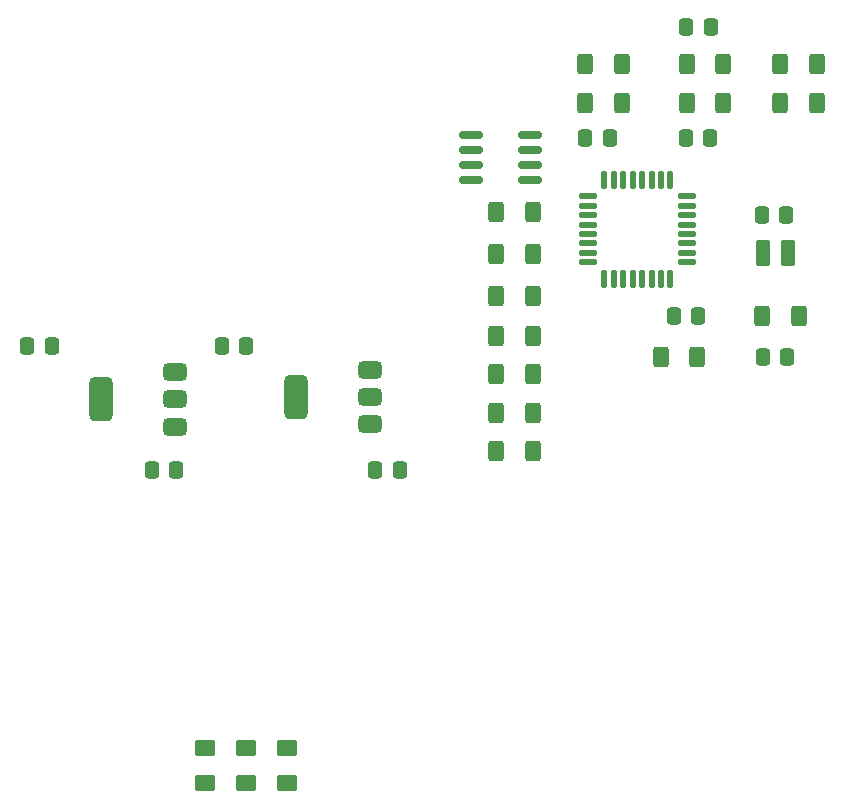
<source format=gbr>
%TF.GenerationSoftware,KiCad,Pcbnew,8.0.4*%
%TF.CreationDate,2024-08-21T21:56:49+03:00*%
%TF.ProjectId,stm32f030k6t6,73746d33-3266-4303-9330-6b3674362e6b,rev?*%
%TF.SameCoordinates,Original*%
%TF.FileFunction,Paste,Top*%
%TF.FilePolarity,Positive*%
%FSLAX46Y46*%
G04 Gerber Fmt 4.6, Leading zero omitted, Abs format (unit mm)*
G04 Created by KiCad (PCBNEW 8.0.4) date 2024-08-21 21:56:49*
%MOMM*%
%LPD*%
G01*
G04 APERTURE LIST*
G04 Aperture macros list*
%AMRoundRect*
0 Rectangle with rounded corners*
0 $1 Rounding radius*
0 $2 $3 $4 $5 $6 $7 $8 $9 X,Y pos of 4 corners*
0 Add a 4 corners polygon primitive as box body*
4,1,4,$2,$3,$4,$5,$6,$7,$8,$9,$2,$3,0*
0 Add four circle primitives for the rounded corners*
1,1,$1+$1,$2,$3*
1,1,$1+$1,$4,$5*
1,1,$1+$1,$6,$7*
1,1,$1+$1,$8,$9*
0 Add four rect primitives between the rounded corners*
20,1,$1+$1,$2,$3,$4,$5,0*
20,1,$1+$1,$4,$5,$6,$7,0*
20,1,$1+$1,$6,$7,$8,$9,0*
20,1,$1+$1,$8,$9,$2,$3,0*%
G04 Aperture macros list end*
%ADD10RoundRect,0.250000X0.400000X0.625000X-0.400000X0.625000X-0.400000X-0.625000X0.400000X-0.625000X0*%
%ADD11RoundRect,0.250000X-0.400000X-0.625000X0.400000X-0.625000X0.400000X0.625000X-0.400000X0.625000X0*%
%ADD12RoundRect,0.250000X-0.337500X-0.475000X0.337500X-0.475000X0.337500X0.475000X-0.337500X0.475000X0*%
%ADD13RoundRect,0.250000X0.337500X0.475000X-0.337500X0.475000X-0.337500X-0.475000X0.337500X-0.475000X0*%
%ADD14RoundRect,0.375000X0.625000X0.375000X-0.625000X0.375000X-0.625000X-0.375000X0.625000X-0.375000X0*%
%ADD15RoundRect,0.500000X0.500000X1.400000X-0.500000X1.400000X-0.500000X-1.400000X0.500000X-1.400000X0*%
%ADD16RoundRect,0.250001X0.624999X-0.462499X0.624999X0.462499X-0.624999X0.462499X-0.624999X-0.462499X0*%
%ADD17RoundRect,0.250000X0.375000X0.850000X-0.375000X0.850000X-0.375000X-0.850000X0.375000X-0.850000X0*%
%ADD18RoundRect,0.150000X-0.825000X-0.150000X0.825000X-0.150000X0.825000X0.150000X-0.825000X0.150000X0*%
%ADD19RoundRect,0.125000X0.625000X0.125000X-0.625000X0.125000X-0.625000X-0.125000X0.625000X-0.125000X0*%
%ADD20RoundRect,0.125000X0.125000X0.625000X-0.125000X0.625000X-0.125000X-0.625000X0.125000X-0.625000X0*%
G04 APERTURE END LIST*
D10*
%TO.C,R9*%
X211400000Y-62610000D03*
X208300000Y-62610000D03*
%TD*%
%TO.C,R15*%
X195250000Y-88820000D03*
X192150000Y-88820000D03*
%TD*%
D11*
%TO.C,R4*%
X199700000Y-65900000D03*
X202800000Y-65900000D03*
%TD*%
D12*
%TO.C,C1*%
X199725000Y-68900000D03*
X201800000Y-68900000D03*
%TD*%
D10*
%TO.C,R11*%
X195250000Y-75150000D03*
X192150000Y-75150000D03*
%TD*%
%TO.C,R7*%
X217800000Y-83900000D03*
X214700000Y-83900000D03*
%TD*%
%TO.C,R1*%
X219300000Y-65900000D03*
X216200000Y-65900000D03*
%TD*%
D13*
%TO.C,C12*%
X209275000Y-83900000D03*
X207200000Y-83900000D03*
%TD*%
D11*
%TO.C,R3*%
X199700000Y-62610000D03*
X202800000Y-62610000D03*
%TD*%
D12*
%TO.C,C11*%
X214650000Y-75400000D03*
X216725000Y-75400000D03*
%TD*%
D13*
%TO.C,C10*%
X171025000Y-86500000D03*
X168950000Y-86500000D03*
%TD*%
D11*
%TO.C,R10*%
X206100000Y-87400000D03*
X209200000Y-87400000D03*
%TD*%
D10*
%TO.C,R8*%
X211400000Y-65900000D03*
X208300000Y-65900000D03*
%TD*%
D12*
%TO.C,C2*%
X214725000Y-87400000D03*
X216800000Y-87400000D03*
%TD*%
D14*
%TO.C,U3*%
X165000000Y-93300000D03*
X165000000Y-91000000D03*
D15*
X158700000Y-91000000D03*
D14*
X165000000Y-88700000D03*
%TD*%
D16*
%TO.C,D1*%
X171000000Y-123500000D03*
X171000000Y-120525000D03*
%TD*%
%TO.C,D3*%
X167500000Y-123500000D03*
X167500000Y-120525000D03*
%TD*%
D12*
%TO.C,C13*%
X181925000Y-97000000D03*
X184000000Y-97000000D03*
%TD*%
D13*
%TO.C,C8*%
X154525000Y-86500000D03*
X152450000Y-86500000D03*
%TD*%
D12*
%TO.C,C3*%
X208237500Y-68900000D03*
X210312500Y-68900000D03*
%TD*%
D10*
%TO.C,R12*%
X195250000Y-78650000D03*
X192150000Y-78650000D03*
%TD*%
D17*
%TO.C,L1*%
X216875000Y-78600000D03*
X214725000Y-78600000D03*
%TD*%
D13*
%TO.C,C6*%
X165075000Y-97000000D03*
X163000000Y-97000000D03*
%TD*%
D14*
%TO.C,U4*%
X181500000Y-93100000D03*
X181500000Y-90800000D03*
D15*
X175200000Y-90800000D03*
D14*
X181500000Y-88500000D03*
%TD*%
D12*
%TO.C,C4*%
X208242500Y-59500000D03*
X210317500Y-59500000D03*
%TD*%
D10*
%TO.C,R13*%
X195250000Y-92110000D03*
X192150000Y-92110000D03*
%TD*%
D11*
%TO.C,R6*%
X192150000Y-85650000D03*
X195250000Y-85650000D03*
%TD*%
D16*
%TO.C,D2*%
X174500000Y-123500000D03*
X174500000Y-120525000D03*
%TD*%
D10*
%TO.C,R2*%
X219300000Y-62610000D03*
X216200000Y-62610000D03*
%TD*%
D18*
%TO.C,U2*%
X190050000Y-68610000D03*
X190050000Y-69880000D03*
X190050000Y-71150000D03*
X190050000Y-72420000D03*
X195000000Y-72420000D03*
X195000000Y-71150000D03*
X195000000Y-69880000D03*
X195000000Y-68610000D03*
%TD*%
D10*
%TO.C,R14*%
X195250000Y-95400000D03*
X192150000Y-95400000D03*
%TD*%
D11*
%TO.C,R5*%
X192150000Y-82285000D03*
X195250000Y-82285000D03*
%TD*%
D19*
%TO.C,U1*%
X208300000Y-79400000D03*
X208300000Y-78600000D03*
X208300000Y-77800000D03*
X208300000Y-77000000D03*
X208300000Y-76200000D03*
X208300000Y-75400000D03*
X208300000Y-74600000D03*
X208300000Y-73800000D03*
D20*
X206925000Y-72425000D03*
X206125000Y-72425000D03*
X205325000Y-72425000D03*
X204525000Y-72425000D03*
X203725000Y-72425000D03*
X202925000Y-72425000D03*
X202125000Y-72425000D03*
X201325000Y-72425000D03*
D19*
X199950000Y-73800000D03*
X199950000Y-74600000D03*
X199950000Y-75400000D03*
X199950000Y-76200000D03*
X199950000Y-77000000D03*
X199950000Y-77800000D03*
X199950000Y-78600000D03*
X199950000Y-79400000D03*
D20*
X201325000Y-80775000D03*
X202125000Y-80775000D03*
X202925000Y-80775000D03*
X203725000Y-80775000D03*
X204525000Y-80775000D03*
X205325000Y-80775000D03*
X206125000Y-80775000D03*
X206925000Y-80775000D03*
%TD*%
M02*

</source>
